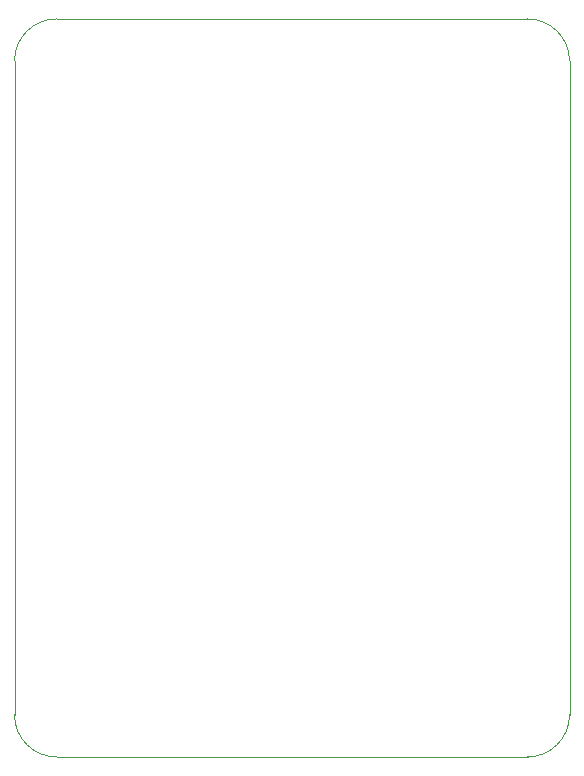
<source format=gm1>
%TF.GenerationSoftware,KiCad,Pcbnew,7.0.5*%
%TF.CreationDate,2024-02-24T22:07:37+07:00*%
%TF.ProjectId,CN13_Case,434e3133-5f43-4617-9365-2e6b69636164,rev?*%
%TF.SameCoordinates,Original*%
%TF.FileFunction,Profile,NP*%
%FSLAX46Y46*%
G04 Gerber Fmt 4.6, Leading zero omitted, Abs format (unit mm)*
G04 Created by KiCad (PCBNEW 7.0.5) date 2024-02-24 22:07:37*
%MOMM*%
%LPD*%
G01*
G04 APERTURE LIST*
%TA.AperFunction,Profile*%
%ADD10C,0.100000*%
%TD*%
G04 APERTURE END LIST*
D10*
X101092000Y-88900000D02*
G75*
G03*
X97536000Y-92456000I0J-3556000D01*
G01*
X144526000Y-92456000D02*
G75*
G03*
X140970000Y-88900000I-3556000J0D01*
G01*
X140970000Y-151384000D02*
G75*
G03*
X144526000Y-147828000I0J3556000D01*
G01*
X97536000Y-147828000D02*
G75*
G03*
X101092000Y-151384000I3556000J0D01*
G01*
X97536000Y-92456000D02*
X97536000Y-147828000D01*
X140970000Y-88900000D02*
X101092000Y-88900000D01*
X144526000Y-147828000D02*
X144526000Y-92456000D01*
X101092000Y-151384000D02*
X140970000Y-151384000D01*
M02*

</source>
